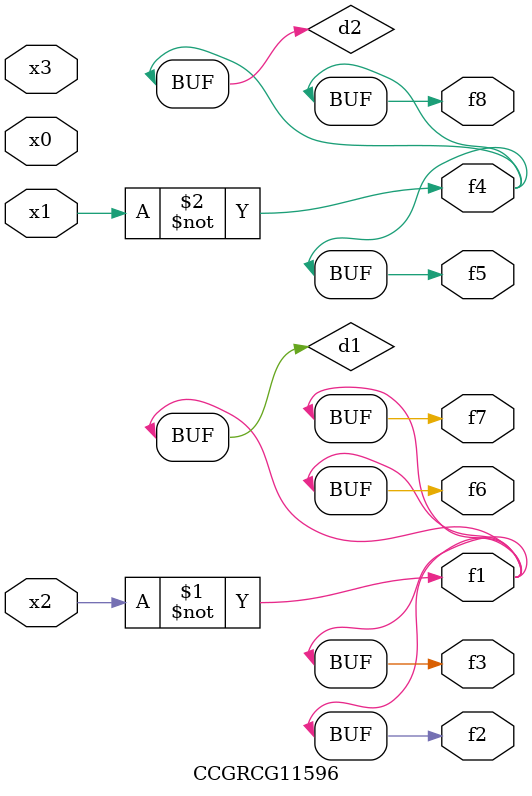
<source format=v>
module CCGRCG11596(
	input x0, x1, x2, x3,
	output f1, f2, f3, f4, f5, f6, f7, f8
);

	wire d1, d2;

	xnor (d1, x2);
	not (d2, x1);
	assign f1 = d1;
	assign f2 = d1;
	assign f3 = d1;
	assign f4 = d2;
	assign f5 = d2;
	assign f6 = d1;
	assign f7 = d1;
	assign f8 = d2;
endmodule

</source>
